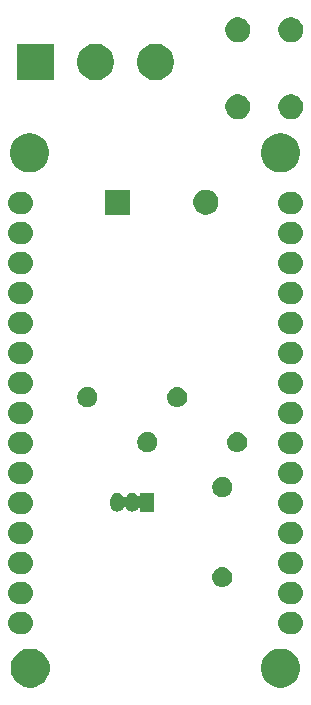
<source format=gbr>
G04 #@! TF.GenerationSoftware,KiCad,Pcbnew,(5.1.4-0-10_14)*
G04 #@! TF.CreationDate,2020-02-21T17:32:28+01:00*
G04 #@! TF.ProjectId,mood_lamp,6d6f6f64-5f6c-4616-9d70-2e6b69636164,rev?*
G04 #@! TF.SameCoordinates,PX2436c08PY18772f0*
G04 #@! TF.FileFunction,Soldermask,Bot*
G04 #@! TF.FilePolarity,Negative*
%FSLAX46Y46*%
G04 Gerber Fmt 4.6, Leading zero omitted, Abs format (unit mm)*
G04 Created by KiCad (PCBNEW (5.1.4-0-10_14)) date 2020-02-21 17:32:28*
%MOMM*%
%LPD*%
G04 APERTURE LIST*
%ADD10C,0.100000*%
G04 APERTURE END LIST*
D10*
G36*
X24482257Y-54102299D02*
G01*
X24588580Y-54123448D01*
X24889043Y-54247904D01*
X25159452Y-54428586D01*
X25389416Y-54658550D01*
X25570098Y-54928959D01*
X25694554Y-55229422D01*
X25758001Y-55548392D01*
X25758001Y-55873610D01*
X25694554Y-56192580D01*
X25570098Y-56493043D01*
X25389416Y-56763452D01*
X25159452Y-56993416D01*
X24889043Y-57174098D01*
X24588580Y-57298554D01*
X24482257Y-57319703D01*
X24269612Y-57362001D01*
X23944390Y-57362001D01*
X23731745Y-57319703D01*
X23625422Y-57298554D01*
X23324959Y-57174098D01*
X23054550Y-56993416D01*
X22824586Y-56763452D01*
X22643904Y-56493043D01*
X22519448Y-56192580D01*
X22456001Y-55873610D01*
X22456001Y-55548392D01*
X22519448Y-55229422D01*
X22643904Y-54928959D01*
X22824586Y-54658550D01*
X23054550Y-54428586D01*
X23324959Y-54247904D01*
X23625422Y-54123448D01*
X23731745Y-54102299D01*
X23944390Y-54060001D01*
X24269612Y-54060001D01*
X24482257Y-54102299D01*
X24482257Y-54102299D01*
G37*
G36*
X3282257Y-54102299D02*
G01*
X3388580Y-54123448D01*
X3689043Y-54247904D01*
X3959452Y-54428586D01*
X4189416Y-54658550D01*
X4370098Y-54928959D01*
X4494554Y-55229422D01*
X4558001Y-55548392D01*
X4558001Y-55873610D01*
X4494554Y-56192580D01*
X4370098Y-56493043D01*
X4189416Y-56763452D01*
X3959452Y-56993416D01*
X3689043Y-57174098D01*
X3388580Y-57298554D01*
X3282257Y-57319703D01*
X3069612Y-57362001D01*
X2744390Y-57362001D01*
X2531745Y-57319703D01*
X2425422Y-57298554D01*
X2124959Y-57174098D01*
X1854550Y-56993416D01*
X1624586Y-56763452D01*
X1443904Y-56493043D01*
X1319448Y-56192580D01*
X1256001Y-55873610D01*
X1256001Y-55548392D01*
X1319448Y-55229422D01*
X1443904Y-54928959D01*
X1624586Y-54658550D01*
X1854550Y-54428586D01*
X2124959Y-54247904D01*
X2425422Y-54123448D01*
X2531745Y-54102299D01*
X2744390Y-54060001D01*
X3069612Y-54060001D01*
X3282257Y-54102299D01*
X3282257Y-54102299D01*
G37*
G36*
X25298695Y-50989634D02*
G01*
X25471096Y-51041932D01*
X25629984Y-51126859D01*
X25769250Y-51241152D01*
X25883543Y-51380418D01*
X25968470Y-51539306D01*
X26020768Y-51711707D01*
X26038426Y-51891001D01*
X26020768Y-52070295D01*
X25968470Y-52242696D01*
X25883543Y-52401584D01*
X25769250Y-52540850D01*
X25629984Y-52655143D01*
X25471096Y-52740070D01*
X25298695Y-52792368D01*
X25164332Y-52805601D01*
X24769670Y-52805601D01*
X24635307Y-52792368D01*
X24462906Y-52740070D01*
X24304018Y-52655143D01*
X24164752Y-52540850D01*
X24050459Y-52401584D01*
X23965532Y-52242696D01*
X23913234Y-52070295D01*
X23895576Y-51891001D01*
X23913234Y-51711707D01*
X23965532Y-51539306D01*
X24050459Y-51380418D01*
X24164752Y-51241152D01*
X24304018Y-51126859D01*
X24462906Y-51041932D01*
X24635307Y-50989634D01*
X24769670Y-50976401D01*
X25164332Y-50976401D01*
X25298695Y-50989634D01*
X25298695Y-50989634D01*
G37*
G36*
X2438695Y-50989634D02*
G01*
X2611096Y-51041932D01*
X2769984Y-51126859D01*
X2909250Y-51241152D01*
X3023543Y-51380418D01*
X3108470Y-51539306D01*
X3160768Y-51711707D01*
X3178426Y-51891001D01*
X3160768Y-52070295D01*
X3108470Y-52242696D01*
X3023543Y-52401584D01*
X2909250Y-52540850D01*
X2769984Y-52655143D01*
X2611096Y-52740070D01*
X2438695Y-52792368D01*
X2304332Y-52805601D01*
X1909670Y-52805601D01*
X1775307Y-52792368D01*
X1602906Y-52740070D01*
X1444018Y-52655143D01*
X1304752Y-52540850D01*
X1190459Y-52401584D01*
X1105532Y-52242696D01*
X1053234Y-52070295D01*
X1035576Y-51891001D01*
X1053234Y-51711707D01*
X1105532Y-51539306D01*
X1190459Y-51380418D01*
X1304752Y-51241152D01*
X1444018Y-51126859D01*
X1602906Y-51041932D01*
X1775307Y-50989634D01*
X1909670Y-50976401D01*
X2304332Y-50976401D01*
X2438695Y-50989634D01*
X2438695Y-50989634D01*
G37*
G36*
X25298695Y-48449634D02*
G01*
X25471096Y-48501932D01*
X25629984Y-48586859D01*
X25769250Y-48701152D01*
X25883543Y-48840418D01*
X25968470Y-48999306D01*
X26020768Y-49171707D01*
X26038426Y-49351001D01*
X26020768Y-49530295D01*
X25968470Y-49702696D01*
X25883543Y-49861584D01*
X25769250Y-50000850D01*
X25629984Y-50115143D01*
X25471096Y-50200070D01*
X25298695Y-50252368D01*
X25164332Y-50265601D01*
X24769670Y-50265601D01*
X24635307Y-50252368D01*
X24462906Y-50200070D01*
X24304018Y-50115143D01*
X24164752Y-50000850D01*
X24050459Y-49861584D01*
X23965532Y-49702696D01*
X23913234Y-49530295D01*
X23895576Y-49351001D01*
X23913234Y-49171707D01*
X23965532Y-48999306D01*
X24050459Y-48840418D01*
X24164752Y-48701152D01*
X24304018Y-48586859D01*
X24462906Y-48501932D01*
X24635307Y-48449634D01*
X24769670Y-48436401D01*
X25164332Y-48436401D01*
X25298695Y-48449634D01*
X25298695Y-48449634D01*
G37*
G36*
X2438695Y-48449634D02*
G01*
X2611096Y-48501932D01*
X2769984Y-48586859D01*
X2909250Y-48701152D01*
X3023543Y-48840418D01*
X3108470Y-48999306D01*
X3160768Y-49171707D01*
X3178426Y-49351001D01*
X3160768Y-49530295D01*
X3108470Y-49702696D01*
X3023543Y-49861584D01*
X2909250Y-50000850D01*
X2769984Y-50115143D01*
X2611096Y-50200070D01*
X2438695Y-50252368D01*
X2304332Y-50265601D01*
X1909670Y-50265601D01*
X1775307Y-50252368D01*
X1602906Y-50200070D01*
X1444018Y-50115143D01*
X1304752Y-50000850D01*
X1190459Y-49861584D01*
X1105532Y-49702696D01*
X1053234Y-49530295D01*
X1035576Y-49351001D01*
X1053234Y-49171707D01*
X1105532Y-48999306D01*
X1190459Y-48840418D01*
X1304752Y-48701152D01*
X1444018Y-48586859D01*
X1602906Y-48501932D01*
X1775307Y-48449634D01*
X1909670Y-48436401D01*
X2304332Y-48436401D01*
X2438695Y-48449634D01*
X2438695Y-48449634D01*
G37*
G36*
X19343823Y-47167313D02*
G01*
X19504242Y-47215976D01*
X19636906Y-47286886D01*
X19652078Y-47294996D01*
X19781659Y-47401341D01*
X19888004Y-47530922D01*
X19888005Y-47530924D01*
X19967024Y-47678758D01*
X20015687Y-47839177D01*
X20032117Y-48006000D01*
X20015687Y-48172823D01*
X19967024Y-48333242D01*
X19911884Y-48436401D01*
X19888004Y-48481078D01*
X19781659Y-48610659D01*
X19652078Y-48717004D01*
X19652076Y-48717005D01*
X19504242Y-48796024D01*
X19343823Y-48844687D01*
X19218804Y-48857000D01*
X19135196Y-48857000D01*
X19010177Y-48844687D01*
X18849758Y-48796024D01*
X18701924Y-48717005D01*
X18701922Y-48717004D01*
X18572341Y-48610659D01*
X18465996Y-48481078D01*
X18442116Y-48436401D01*
X18386976Y-48333242D01*
X18338313Y-48172823D01*
X18321883Y-48006000D01*
X18338313Y-47839177D01*
X18386976Y-47678758D01*
X18465995Y-47530924D01*
X18465996Y-47530922D01*
X18572341Y-47401341D01*
X18701922Y-47294996D01*
X18717094Y-47286886D01*
X18849758Y-47215976D01*
X19010177Y-47167313D01*
X19135196Y-47155000D01*
X19218804Y-47155000D01*
X19343823Y-47167313D01*
X19343823Y-47167313D01*
G37*
G36*
X25298695Y-45909634D02*
G01*
X25471096Y-45961932D01*
X25629984Y-46046859D01*
X25769250Y-46161152D01*
X25883543Y-46300418D01*
X25968470Y-46459306D01*
X26020768Y-46631707D01*
X26038426Y-46811001D01*
X26020768Y-46990295D01*
X25968470Y-47162696D01*
X25883543Y-47321584D01*
X25769250Y-47460850D01*
X25629984Y-47575143D01*
X25471096Y-47660070D01*
X25298695Y-47712368D01*
X25164332Y-47725601D01*
X24769670Y-47725601D01*
X24635307Y-47712368D01*
X24462906Y-47660070D01*
X24304018Y-47575143D01*
X24164752Y-47460850D01*
X24050459Y-47321584D01*
X23965532Y-47162696D01*
X23913234Y-46990295D01*
X23895576Y-46811001D01*
X23913234Y-46631707D01*
X23965532Y-46459306D01*
X24050459Y-46300418D01*
X24164752Y-46161152D01*
X24304018Y-46046859D01*
X24462906Y-45961932D01*
X24635307Y-45909634D01*
X24769670Y-45896401D01*
X25164332Y-45896401D01*
X25298695Y-45909634D01*
X25298695Y-45909634D01*
G37*
G36*
X2438695Y-45909634D02*
G01*
X2611096Y-45961932D01*
X2769984Y-46046859D01*
X2909250Y-46161152D01*
X3023543Y-46300418D01*
X3108470Y-46459306D01*
X3160768Y-46631707D01*
X3178426Y-46811001D01*
X3160768Y-46990295D01*
X3108470Y-47162696D01*
X3023543Y-47321584D01*
X2909250Y-47460850D01*
X2769984Y-47575143D01*
X2611096Y-47660070D01*
X2438695Y-47712368D01*
X2304332Y-47725601D01*
X1909670Y-47725601D01*
X1775307Y-47712368D01*
X1602906Y-47660070D01*
X1444018Y-47575143D01*
X1304752Y-47460850D01*
X1190459Y-47321584D01*
X1105532Y-47162696D01*
X1053234Y-46990295D01*
X1035576Y-46811001D01*
X1053234Y-46631707D01*
X1105532Y-46459306D01*
X1190459Y-46300418D01*
X1304752Y-46161152D01*
X1444018Y-46046859D01*
X1602906Y-45961932D01*
X1775307Y-45909634D01*
X1909670Y-45896401D01*
X2304332Y-45896401D01*
X2438695Y-45909634D01*
X2438695Y-45909634D01*
G37*
G36*
X25298695Y-43369634D02*
G01*
X25471096Y-43421932D01*
X25629984Y-43506859D01*
X25769250Y-43621152D01*
X25883543Y-43760418D01*
X25968470Y-43919306D01*
X26020768Y-44091707D01*
X26038426Y-44271001D01*
X26020768Y-44450295D01*
X25968470Y-44622696D01*
X25883543Y-44781584D01*
X25769250Y-44920850D01*
X25629984Y-45035143D01*
X25471096Y-45120070D01*
X25298695Y-45172368D01*
X25164332Y-45185601D01*
X24769670Y-45185601D01*
X24635307Y-45172368D01*
X24462906Y-45120070D01*
X24304018Y-45035143D01*
X24164752Y-44920850D01*
X24050459Y-44781584D01*
X23965532Y-44622696D01*
X23913234Y-44450295D01*
X23895576Y-44271001D01*
X23913234Y-44091707D01*
X23965532Y-43919306D01*
X24050459Y-43760418D01*
X24164752Y-43621152D01*
X24304018Y-43506859D01*
X24462906Y-43421932D01*
X24635307Y-43369634D01*
X24769670Y-43356401D01*
X25164332Y-43356401D01*
X25298695Y-43369634D01*
X25298695Y-43369634D01*
G37*
G36*
X2438695Y-43369634D02*
G01*
X2611096Y-43421932D01*
X2769984Y-43506859D01*
X2909250Y-43621152D01*
X3023543Y-43760418D01*
X3108470Y-43919306D01*
X3160768Y-44091707D01*
X3178426Y-44271001D01*
X3160768Y-44450295D01*
X3108470Y-44622696D01*
X3023543Y-44781584D01*
X2909250Y-44920850D01*
X2769984Y-45035143D01*
X2611096Y-45120070D01*
X2438695Y-45172368D01*
X2304332Y-45185601D01*
X1909670Y-45185601D01*
X1775307Y-45172368D01*
X1602906Y-45120070D01*
X1444018Y-45035143D01*
X1304752Y-44920850D01*
X1190459Y-44781584D01*
X1105532Y-44622696D01*
X1053234Y-44450295D01*
X1035576Y-44271001D01*
X1053234Y-44091707D01*
X1105532Y-43919306D01*
X1190459Y-43760418D01*
X1304752Y-43621152D01*
X1444018Y-43506859D01*
X1602906Y-43421932D01*
X1775307Y-43369634D01*
X1909670Y-43356401D01*
X2304332Y-43356401D01*
X2438695Y-43369634D01*
X2438695Y-43369634D01*
G37*
G36*
X25298695Y-40829634D02*
G01*
X25471096Y-40881932D01*
X25629984Y-40966859D01*
X25769250Y-41081152D01*
X25883543Y-41220418D01*
X25968470Y-41379306D01*
X26020768Y-41551707D01*
X26038426Y-41731001D01*
X26020768Y-41910295D01*
X25968470Y-42082696D01*
X25883543Y-42241584D01*
X25769250Y-42380850D01*
X25629984Y-42495143D01*
X25471096Y-42580070D01*
X25298695Y-42632368D01*
X25164332Y-42645601D01*
X24769670Y-42645601D01*
X24635307Y-42632368D01*
X24462906Y-42580070D01*
X24304018Y-42495143D01*
X24164752Y-42380850D01*
X24050459Y-42241584D01*
X23965532Y-42082696D01*
X23913234Y-41910295D01*
X23895576Y-41731001D01*
X23913234Y-41551707D01*
X23965532Y-41379306D01*
X24050459Y-41220418D01*
X24164752Y-41081152D01*
X24304018Y-40966859D01*
X24462906Y-40881932D01*
X24635307Y-40829634D01*
X24769670Y-40816401D01*
X25164332Y-40816401D01*
X25298695Y-40829634D01*
X25298695Y-40829634D01*
G37*
G36*
X2438695Y-40829634D02*
G01*
X2611096Y-40881932D01*
X2769984Y-40966859D01*
X2909250Y-41081152D01*
X3023543Y-41220418D01*
X3108470Y-41379306D01*
X3160768Y-41551707D01*
X3178426Y-41731001D01*
X3160768Y-41910295D01*
X3108470Y-42082696D01*
X3023543Y-42241584D01*
X2909250Y-42380850D01*
X2769984Y-42495143D01*
X2611096Y-42580070D01*
X2438695Y-42632368D01*
X2304332Y-42645601D01*
X1909670Y-42645601D01*
X1775307Y-42632368D01*
X1602906Y-42580070D01*
X1444018Y-42495143D01*
X1304752Y-42380850D01*
X1190459Y-42241584D01*
X1105532Y-42082696D01*
X1053234Y-41910295D01*
X1035576Y-41731001D01*
X1053234Y-41551707D01*
X1105532Y-41379306D01*
X1190459Y-41220418D01*
X1304752Y-41081152D01*
X1444018Y-40966859D01*
X1602906Y-40881932D01*
X1775307Y-40829634D01*
X1909670Y-40816401D01*
X2304332Y-40816401D01*
X2438695Y-40829634D01*
X2438695Y-40829634D01*
G37*
G36*
X11669916Y-40863334D02*
G01*
X11778492Y-40896271D01*
X11778495Y-40896272D01*
X11814601Y-40915571D01*
X11878557Y-40949756D01*
X11966264Y-41021736D01*
X12029383Y-41098646D01*
X12046702Y-41115965D01*
X12067077Y-41129579D01*
X12089716Y-41138957D01*
X12113749Y-41143737D01*
X12138253Y-41143737D01*
X12162286Y-41138957D01*
X12184925Y-41129579D01*
X12205299Y-41115966D01*
X12222626Y-41098639D01*
X12236240Y-41078264D01*
X12245618Y-41055625D01*
X12250398Y-41031592D01*
X12251000Y-41019340D01*
X12251000Y-40855000D01*
X13403000Y-40855000D01*
X13403000Y-42457000D01*
X12251000Y-42457000D01*
X12251000Y-42292660D01*
X12248598Y-42268274D01*
X12241485Y-42244825D01*
X12229934Y-42223214D01*
X12214389Y-42204272D01*
X12195447Y-42188727D01*
X12173836Y-42177176D01*
X12150387Y-42170063D01*
X12126001Y-42167661D01*
X12101615Y-42170063D01*
X12078166Y-42177176D01*
X12056555Y-42188727D01*
X12029381Y-42213356D01*
X11966264Y-42290264D01*
X11878556Y-42362244D01*
X11814600Y-42396429D01*
X11778494Y-42415728D01*
X11778491Y-42415729D01*
X11669915Y-42448666D01*
X11557000Y-42459787D01*
X11444084Y-42448666D01*
X11335508Y-42415729D01*
X11335505Y-42415728D01*
X11299399Y-42396429D01*
X11235443Y-42362244D01*
X11147736Y-42290264D01*
X11075756Y-42202556D01*
X11032239Y-42121140D01*
X11018625Y-42100766D01*
X11001298Y-42083439D01*
X10980924Y-42069825D01*
X10958285Y-42060448D01*
X10934251Y-42055668D01*
X10909747Y-42055668D01*
X10885714Y-42060449D01*
X10863075Y-42069826D01*
X10842701Y-42083440D01*
X10825374Y-42100767D01*
X10811762Y-42121140D01*
X10768244Y-42202557D01*
X10696264Y-42290264D01*
X10608556Y-42362244D01*
X10544600Y-42396429D01*
X10508494Y-42415728D01*
X10508491Y-42415729D01*
X10399915Y-42448666D01*
X10287000Y-42459787D01*
X10174084Y-42448666D01*
X10065508Y-42415729D01*
X10065505Y-42415728D01*
X10029399Y-42396429D01*
X9965443Y-42362244D01*
X9877736Y-42290264D01*
X9805756Y-42202556D01*
X9762239Y-42121140D01*
X9752272Y-42102494D01*
X9746492Y-42083440D01*
X9719334Y-41993915D01*
X9711000Y-41909297D01*
X9711000Y-41402702D01*
X9719334Y-41318084D01*
X9752271Y-41209508D01*
X9752272Y-41209505D01*
X9805756Y-41109445D01*
X9805757Y-41109443D01*
X9877737Y-41021736D01*
X9965444Y-40949756D01*
X10029400Y-40915571D01*
X10065506Y-40896272D01*
X10065509Y-40896271D01*
X10174085Y-40863334D01*
X10287000Y-40852213D01*
X10399916Y-40863334D01*
X10508492Y-40896271D01*
X10508495Y-40896272D01*
X10544601Y-40915571D01*
X10608557Y-40949756D01*
X10696264Y-41021736D01*
X10768244Y-41109443D01*
X10786574Y-41143737D01*
X10811761Y-41190859D01*
X10825375Y-41211234D01*
X10842702Y-41228561D01*
X10863076Y-41242174D01*
X10885715Y-41251552D01*
X10909748Y-41256332D01*
X10934252Y-41256332D01*
X10958285Y-41251552D01*
X10980924Y-41242174D01*
X11001299Y-41228560D01*
X11018626Y-41211233D01*
X11032239Y-41190859D01*
X11075756Y-41109445D01*
X11075757Y-41109443D01*
X11147737Y-41021736D01*
X11235444Y-40949756D01*
X11299400Y-40915571D01*
X11335506Y-40896272D01*
X11335509Y-40896271D01*
X11444085Y-40863334D01*
X11557000Y-40852213D01*
X11669916Y-40863334D01*
X11669916Y-40863334D01*
G37*
G36*
X19425228Y-39567703D02*
G01*
X19580100Y-39631853D01*
X19719481Y-39724985D01*
X19838015Y-39843519D01*
X19931147Y-39982900D01*
X19995297Y-40137772D01*
X20028000Y-40302184D01*
X20028000Y-40469816D01*
X19995297Y-40634228D01*
X19931147Y-40789100D01*
X19838015Y-40928481D01*
X19719481Y-41047015D01*
X19580100Y-41140147D01*
X19425228Y-41204297D01*
X19260816Y-41237000D01*
X19093184Y-41237000D01*
X18928772Y-41204297D01*
X18773900Y-41140147D01*
X18634519Y-41047015D01*
X18515985Y-40928481D01*
X18422853Y-40789100D01*
X18358703Y-40634228D01*
X18326000Y-40469816D01*
X18326000Y-40302184D01*
X18358703Y-40137772D01*
X18422853Y-39982900D01*
X18515985Y-39843519D01*
X18634519Y-39724985D01*
X18773900Y-39631853D01*
X18928772Y-39567703D01*
X19093184Y-39535000D01*
X19260816Y-39535000D01*
X19425228Y-39567703D01*
X19425228Y-39567703D01*
G37*
G36*
X25298695Y-38289634D02*
G01*
X25471096Y-38341932D01*
X25629984Y-38426859D01*
X25769250Y-38541152D01*
X25883543Y-38680418D01*
X25968470Y-38839306D01*
X26020768Y-39011707D01*
X26038426Y-39191001D01*
X26020768Y-39370295D01*
X25968470Y-39542696D01*
X25883543Y-39701584D01*
X25769250Y-39840850D01*
X25629984Y-39955143D01*
X25471096Y-40040070D01*
X25298695Y-40092368D01*
X25164332Y-40105601D01*
X24769670Y-40105601D01*
X24635307Y-40092368D01*
X24462906Y-40040070D01*
X24304018Y-39955143D01*
X24164752Y-39840850D01*
X24050459Y-39701584D01*
X23965532Y-39542696D01*
X23913234Y-39370295D01*
X23895576Y-39191001D01*
X23913234Y-39011707D01*
X23965532Y-38839306D01*
X24050459Y-38680418D01*
X24164752Y-38541152D01*
X24304018Y-38426859D01*
X24462906Y-38341932D01*
X24635307Y-38289634D01*
X24769670Y-38276401D01*
X25164332Y-38276401D01*
X25298695Y-38289634D01*
X25298695Y-38289634D01*
G37*
G36*
X2438695Y-38289634D02*
G01*
X2611096Y-38341932D01*
X2769984Y-38426859D01*
X2909250Y-38541152D01*
X3023543Y-38680418D01*
X3108470Y-38839306D01*
X3160768Y-39011707D01*
X3178426Y-39191001D01*
X3160768Y-39370295D01*
X3108470Y-39542696D01*
X3023543Y-39701584D01*
X2909250Y-39840850D01*
X2769984Y-39955143D01*
X2611096Y-40040070D01*
X2438695Y-40092368D01*
X2304332Y-40105601D01*
X1909670Y-40105601D01*
X1775307Y-40092368D01*
X1602906Y-40040070D01*
X1444018Y-39955143D01*
X1304752Y-39840850D01*
X1190459Y-39701584D01*
X1105532Y-39542696D01*
X1053234Y-39370295D01*
X1035576Y-39191001D01*
X1053234Y-39011707D01*
X1105532Y-38839306D01*
X1190459Y-38680418D01*
X1304752Y-38541152D01*
X1444018Y-38426859D01*
X1602906Y-38341932D01*
X1775307Y-38289634D01*
X1909670Y-38276401D01*
X2304332Y-38276401D01*
X2438695Y-38289634D01*
X2438695Y-38289634D01*
G37*
G36*
X25298695Y-35749634D02*
G01*
X25471096Y-35801932D01*
X25629984Y-35886859D01*
X25769250Y-36001152D01*
X25883543Y-36140418D01*
X25968470Y-36299306D01*
X26020768Y-36471707D01*
X26038426Y-36651001D01*
X26020768Y-36830295D01*
X25968470Y-37002696D01*
X25883543Y-37161584D01*
X25769250Y-37300850D01*
X25629984Y-37415143D01*
X25471096Y-37500070D01*
X25298695Y-37552368D01*
X25164332Y-37565601D01*
X24769670Y-37565601D01*
X24635307Y-37552368D01*
X24462906Y-37500070D01*
X24304018Y-37415143D01*
X24164752Y-37300850D01*
X24050459Y-37161584D01*
X23965532Y-37002696D01*
X23913234Y-36830295D01*
X23895576Y-36651001D01*
X23913234Y-36471707D01*
X23965532Y-36299306D01*
X24050459Y-36140418D01*
X24164752Y-36001152D01*
X24304018Y-35886859D01*
X24462906Y-35801932D01*
X24635307Y-35749634D01*
X24769670Y-35736401D01*
X25164332Y-35736401D01*
X25298695Y-35749634D01*
X25298695Y-35749634D01*
G37*
G36*
X2438695Y-35749634D02*
G01*
X2611096Y-35801932D01*
X2769984Y-35886859D01*
X2909250Y-36001152D01*
X3023543Y-36140418D01*
X3108470Y-36299306D01*
X3160768Y-36471707D01*
X3178426Y-36651001D01*
X3160768Y-36830295D01*
X3108470Y-37002696D01*
X3023543Y-37161584D01*
X2909250Y-37300850D01*
X2769984Y-37415143D01*
X2611096Y-37500070D01*
X2438695Y-37552368D01*
X2304332Y-37565601D01*
X1909670Y-37565601D01*
X1775307Y-37552368D01*
X1602906Y-37500070D01*
X1444018Y-37415143D01*
X1304752Y-37300850D01*
X1190459Y-37161584D01*
X1105532Y-37002696D01*
X1053234Y-36830295D01*
X1035576Y-36651001D01*
X1053234Y-36471707D01*
X1105532Y-36299306D01*
X1190459Y-36140418D01*
X1304752Y-36001152D01*
X1444018Y-35886859D01*
X1602906Y-35801932D01*
X1775307Y-35749634D01*
X1909670Y-35736401D01*
X2304332Y-35736401D01*
X2438695Y-35749634D01*
X2438695Y-35749634D01*
G37*
G36*
X20613823Y-35737313D02*
G01*
X20774242Y-35785976D01*
X20804095Y-35801933D01*
X20922078Y-35864996D01*
X21051659Y-35971341D01*
X21158004Y-36100922D01*
X21158005Y-36100924D01*
X21237024Y-36248758D01*
X21285687Y-36409177D01*
X21302117Y-36576000D01*
X21285687Y-36742823D01*
X21237024Y-36903242D01*
X21196477Y-36979100D01*
X21158004Y-37051078D01*
X21051659Y-37180659D01*
X20922078Y-37287004D01*
X20922076Y-37287005D01*
X20774242Y-37366024D01*
X20613823Y-37414687D01*
X20488804Y-37427000D01*
X20405196Y-37427000D01*
X20280177Y-37414687D01*
X20119758Y-37366024D01*
X19971924Y-37287005D01*
X19971922Y-37287004D01*
X19842341Y-37180659D01*
X19735996Y-37051078D01*
X19697523Y-36979100D01*
X19656976Y-36903242D01*
X19608313Y-36742823D01*
X19591883Y-36576000D01*
X19608313Y-36409177D01*
X19656976Y-36248758D01*
X19735995Y-36100924D01*
X19735996Y-36100922D01*
X19842341Y-35971341D01*
X19971922Y-35864996D01*
X20089905Y-35801933D01*
X20119758Y-35785976D01*
X20280177Y-35737313D01*
X20405196Y-35725000D01*
X20488804Y-35725000D01*
X20613823Y-35737313D01*
X20613823Y-35737313D01*
G37*
G36*
X13075228Y-35757703D02*
G01*
X13230100Y-35821853D01*
X13369481Y-35914985D01*
X13488015Y-36033519D01*
X13581147Y-36172900D01*
X13645297Y-36327772D01*
X13678000Y-36492184D01*
X13678000Y-36659816D01*
X13645297Y-36824228D01*
X13581147Y-36979100D01*
X13488015Y-37118481D01*
X13369481Y-37237015D01*
X13230100Y-37330147D01*
X13075228Y-37394297D01*
X12910816Y-37427000D01*
X12743184Y-37427000D01*
X12578772Y-37394297D01*
X12423900Y-37330147D01*
X12284519Y-37237015D01*
X12165985Y-37118481D01*
X12072853Y-36979100D01*
X12008703Y-36824228D01*
X11976000Y-36659816D01*
X11976000Y-36492184D01*
X12008703Y-36327772D01*
X12072853Y-36172900D01*
X12165985Y-36033519D01*
X12284519Y-35914985D01*
X12423900Y-35821853D01*
X12578772Y-35757703D01*
X12743184Y-35725000D01*
X12910816Y-35725000D01*
X13075228Y-35757703D01*
X13075228Y-35757703D01*
G37*
G36*
X25298695Y-33209634D02*
G01*
X25471096Y-33261932D01*
X25629984Y-33346859D01*
X25769250Y-33461152D01*
X25883543Y-33600418D01*
X25968470Y-33759306D01*
X26020768Y-33931707D01*
X26038426Y-34111001D01*
X26020768Y-34290295D01*
X25968470Y-34462696D01*
X25883543Y-34621584D01*
X25769250Y-34760850D01*
X25629984Y-34875143D01*
X25471096Y-34960070D01*
X25298695Y-35012368D01*
X25164332Y-35025601D01*
X24769670Y-35025601D01*
X24635307Y-35012368D01*
X24462906Y-34960070D01*
X24304018Y-34875143D01*
X24164752Y-34760850D01*
X24050459Y-34621584D01*
X23965532Y-34462696D01*
X23913234Y-34290295D01*
X23895576Y-34111001D01*
X23913234Y-33931707D01*
X23965532Y-33759306D01*
X24050459Y-33600418D01*
X24164752Y-33461152D01*
X24304018Y-33346859D01*
X24462906Y-33261932D01*
X24635307Y-33209634D01*
X24769670Y-33196401D01*
X25164332Y-33196401D01*
X25298695Y-33209634D01*
X25298695Y-33209634D01*
G37*
G36*
X2438695Y-33209634D02*
G01*
X2611096Y-33261932D01*
X2769984Y-33346859D01*
X2909250Y-33461152D01*
X3023543Y-33600418D01*
X3108470Y-33759306D01*
X3160768Y-33931707D01*
X3178426Y-34111001D01*
X3160768Y-34290295D01*
X3108470Y-34462696D01*
X3023543Y-34621584D01*
X2909250Y-34760850D01*
X2769984Y-34875143D01*
X2611096Y-34960070D01*
X2438695Y-35012368D01*
X2304332Y-35025601D01*
X1909670Y-35025601D01*
X1775307Y-35012368D01*
X1602906Y-34960070D01*
X1444018Y-34875143D01*
X1304752Y-34760850D01*
X1190459Y-34621584D01*
X1105532Y-34462696D01*
X1053234Y-34290295D01*
X1035576Y-34111001D01*
X1053234Y-33931707D01*
X1105532Y-33759306D01*
X1190459Y-33600418D01*
X1304752Y-33461152D01*
X1444018Y-33346859D01*
X1602906Y-33261932D01*
X1775307Y-33209634D01*
X1909670Y-33196401D01*
X2304332Y-33196401D01*
X2438695Y-33209634D01*
X2438695Y-33209634D01*
G37*
G36*
X7995228Y-31947703D02*
G01*
X8150100Y-32011853D01*
X8289481Y-32104985D01*
X8408015Y-32223519D01*
X8501147Y-32362900D01*
X8565297Y-32517772D01*
X8598000Y-32682184D01*
X8598000Y-32849816D01*
X8565297Y-33014228D01*
X8501147Y-33169100D01*
X8408015Y-33308481D01*
X8289481Y-33427015D01*
X8150100Y-33520147D01*
X7995228Y-33584297D01*
X7830816Y-33617000D01*
X7663184Y-33617000D01*
X7498772Y-33584297D01*
X7343900Y-33520147D01*
X7204519Y-33427015D01*
X7085985Y-33308481D01*
X6992853Y-33169100D01*
X6928703Y-33014228D01*
X6896000Y-32849816D01*
X6896000Y-32682184D01*
X6928703Y-32517772D01*
X6992853Y-32362900D01*
X7085985Y-32223519D01*
X7204519Y-32104985D01*
X7343900Y-32011853D01*
X7498772Y-31947703D01*
X7663184Y-31915000D01*
X7830816Y-31915000D01*
X7995228Y-31947703D01*
X7995228Y-31947703D01*
G37*
G36*
X15533823Y-31927313D02*
G01*
X15694242Y-31975976D01*
X15761361Y-32011852D01*
X15842078Y-32054996D01*
X15971659Y-32161341D01*
X16078004Y-32290922D01*
X16078005Y-32290924D01*
X16157024Y-32438758D01*
X16205687Y-32599177D01*
X16222117Y-32766000D01*
X16205687Y-32932823D01*
X16157024Y-33093242D01*
X16116477Y-33169100D01*
X16078004Y-33241078D01*
X15971659Y-33370659D01*
X15842078Y-33477004D01*
X15842076Y-33477005D01*
X15694242Y-33556024D01*
X15533823Y-33604687D01*
X15408804Y-33617000D01*
X15325196Y-33617000D01*
X15200177Y-33604687D01*
X15039758Y-33556024D01*
X14891924Y-33477005D01*
X14891922Y-33477004D01*
X14762341Y-33370659D01*
X14655996Y-33241078D01*
X14617523Y-33169100D01*
X14576976Y-33093242D01*
X14528313Y-32932823D01*
X14511883Y-32766000D01*
X14528313Y-32599177D01*
X14576976Y-32438758D01*
X14655995Y-32290924D01*
X14655996Y-32290922D01*
X14762341Y-32161341D01*
X14891922Y-32054996D01*
X14972639Y-32011852D01*
X15039758Y-31975976D01*
X15200177Y-31927313D01*
X15325196Y-31915000D01*
X15408804Y-31915000D01*
X15533823Y-31927313D01*
X15533823Y-31927313D01*
G37*
G36*
X25298695Y-30669634D02*
G01*
X25471096Y-30721932D01*
X25629984Y-30806859D01*
X25769250Y-30921152D01*
X25883543Y-31060418D01*
X25968470Y-31219306D01*
X26020768Y-31391707D01*
X26038426Y-31571001D01*
X26020768Y-31750295D01*
X25968470Y-31922696D01*
X25883543Y-32081584D01*
X25769250Y-32220850D01*
X25629984Y-32335143D01*
X25471096Y-32420070D01*
X25298695Y-32472368D01*
X25164332Y-32485601D01*
X24769670Y-32485601D01*
X24635307Y-32472368D01*
X24462906Y-32420070D01*
X24304018Y-32335143D01*
X24164752Y-32220850D01*
X24050459Y-32081584D01*
X23965532Y-31922696D01*
X23913234Y-31750295D01*
X23895576Y-31571001D01*
X23913234Y-31391707D01*
X23965532Y-31219306D01*
X24050459Y-31060418D01*
X24164752Y-30921152D01*
X24304018Y-30806859D01*
X24462906Y-30721932D01*
X24635307Y-30669634D01*
X24769670Y-30656401D01*
X25164332Y-30656401D01*
X25298695Y-30669634D01*
X25298695Y-30669634D01*
G37*
G36*
X2438695Y-30669634D02*
G01*
X2611096Y-30721932D01*
X2769984Y-30806859D01*
X2909250Y-30921152D01*
X3023543Y-31060418D01*
X3108470Y-31219306D01*
X3160768Y-31391707D01*
X3178426Y-31571001D01*
X3160768Y-31750295D01*
X3108470Y-31922696D01*
X3023543Y-32081584D01*
X2909250Y-32220850D01*
X2769984Y-32335143D01*
X2611096Y-32420070D01*
X2438695Y-32472368D01*
X2304332Y-32485601D01*
X1909670Y-32485601D01*
X1775307Y-32472368D01*
X1602906Y-32420070D01*
X1444018Y-32335143D01*
X1304752Y-32220850D01*
X1190459Y-32081584D01*
X1105532Y-31922696D01*
X1053234Y-31750295D01*
X1035576Y-31571001D01*
X1053234Y-31391707D01*
X1105532Y-31219306D01*
X1190459Y-31060418D01*
X1304752Y-30921152D01*
X1444018Y-30806859D01*
X1602906Y-30721932D01*
X1775307Y-30669634D01*
X1909670Y-30656401D01*
X2304332Y-30656401D01*
X2438695Y-30669634D01*
X2438695Y-30669634D01*
G37*
G36*
X2438695Y-28129634D02*
G01*
X2611096Y-28181932D01*
X2769984Y-28266859D01*
X2909250Y-28381152D01*
X3023543Y-28520418D01*
X3108470Y-28679306D01*
X3160768Y-28851707D01*
X3178426Y-29031001D01*
X3160768Y-29210295D01*
X3108470Y-29382696D01*
X3023543Y-29541584D01*
X2909250Y-29680850D01*
X2769984Y-29795143D01*
X2611096Y-29880070D01*
X2438695Y-29932368D01*
X2304332Y-29945601D01*
X1909670Y-29945601D01*
X1775307Y-29932368D01*
X1602906Y-29880070D01*
X1444018Y-29795143D01*
X1304752Y-29680850D01*
X1190459Y-29541584D01*
X1105532Y-29382696D01*
X1053234Y-29210295D01*
X1035576Y-29031001D01*
X1053234Y-28851707D01*
X1105532Y-28679306D01*
X1190459Y-28520418D01*
X1304752Y-28381152D01*
X1444018Y-28266859D01*
X1602906Y-28181932D01*
X1775307Y-28129634D01*
X1909670Y-28116401D01*
X2304332Y-28116401D01*
X2438695Y-28129634D01*
X2438695Y-28129634D01*
G37*
G36*
X25298695Y-28129634D02*
G01*
X25471096Y-28181932D01*
X25629984Y-28266859D01*
X25769250Y-28381152D01*
X25883543Y-28520418D01*
X25968470Y-28679306D01*
X26020768Y-28851707D01*
X26038426Y-29031001D01*
X26020768Y-29210295D01*
X25968470Y-29382696D01*
X25883543Y-29541584D01*
X25769250Y-29680850D01*
X25629984Y-29795143D01*
X25471096Y-29880070D01*
X25298695Y-29932368D01*
X25164332Y-29945601D01*
X24769670Y-29945601D01*
X24635307Y-29932368D01*
X24462906Y-29880070D01*
X24304018Y-29795143D01*
X24164752Y-29680850D01*
X24050459Y-29541584D01*
X23965532Y-29382696D01*
X23913234Y-29210295D01*
X23895576Y-29031001D01*
X23913234Y-28851707D01*
X23965532Y-28679306D01*
X24050459Y-28520418D01*
X24164752Y-28381152D01*
X24304018Y-28266859D01*
X24462906Y-28181932D01*
X24635307Y-28129634D01*
X24769670Y-28116401D01*
X25164332Y-28116401D01*
X25298695Y-28129634D01*
X25298695Y-28129634D01*
G37*
G36*
X2438695Y-25589634D02*
G01*
X2611096Y-25641932D01*
X2769984Y-25726859D01*
X2909250Y-25841152D01*
X3023543Y-25980418D01*
X3108470Y-26139306D01*
X3160768Y-26311707D01*
X3178426Y-26491001D01*
X3160768Y-26670295D01*
X3108470Y-26842696D01*
X3023543Y-27001584D01*
X2909250Y-27140850D01*
X2769984Y-27255143D01*
X2611096Y-27340070D01*
X2438695Y-27392368D01*
X2304332Y-27405601D01*
X1909670Y-27405601D01*
X1775307Y-27392368D01*
X1602906Y-27340070D01*
X1444018Y-27255143D01*
X1304752Y-27140850D01*
X1190459Y-27001584D01*
X1105532Y-26842696D01*
X1053234Y-26670295D01*
X1035576Y-26491001D01*
X1053234Y-26311707D01*
X1105532Y-26139306D01*
X1190459Y-25980418D01*
X1304752Y-25841152D01*
X1444018Y-25726859D01*
X1602906Y-25641932D01*
X1775307Y-25589634D01*
X1909670Y-25576401D01*
X2304332Y-25576401D01*
X2438695Y-25589634D01*
X2438695Y-25589634D01*
G37*
G36*
X25298695Y-25589634D02*
G01*
X25471096Y-25641932D01*
X25629984Y-25726859D01*
X25769250Y-25841152D01*
X25883543Y-25980418D01*
X25968470Y-26139306D01*
X26020768Y-26311707D01*
X26038426Y-26491001D01*
X26020768Y-26670295D01*
X25968470Y-26842696D01*
X25883543Y-27001584D01*
X25769250Y-27140850D01*
X25629984Y-27255143D01*
X25471096Y-27340070D01*
X25298695Y-27392368D01*
X25164332Y-27405601D01*
X24769670Y-27405601D01*
X24635307Y-27392368D01*
X24462906Y-27340070D01*
X24304018Y-27255143D01*
X24164752Y-27140850D01*
X24050459Y-27001584D01*
X23965532Y-26842696D01*
X23913234Y-26670295D01*
X23895576Y-26491001D01*
X23913234Y-26311707D01*
X23965532Y-26139306D01*
X24050459Y-25980418D01*
X24164752Y-25841152D01*
X24304018Y-25726859D01*
X24462906Y-25641932D01*
X24635307Y-25589634D01*
X24769670Y-25576401D01*
X25164332Y-25576401D01*
X25298695Y-25589634D01*
X25298695Y-25589634D01*
G37*
G36*
X2438695Y-23049634D02*
G01*
X2611096Y-23101932D01*
X2769984Y-23186859D01*
X2909250Y-23301152D01*
X3023543Y-23440418D01*
X3108470Y-23599306D01*
X3160768Y-23771707D01*
X3178426Y-23951001D01*
X3160768Y-24130295D01*
X3108470Y-24302696D01*
X3023543Y-24461584D01*
X2909250Y-24600850D01*
X2769984Y-24715143D01*
X2611096Y-24800070D01*
X2438695Y-24852368D01*
X2304332Y-24865601D01*
X1909670Y-24865601D01*
X1775307Y-24852368D01*
X1602906Y-24800070D01*
X1444018Y-24715143D01*
X1304752Y-24600850D01*
X1190459Y-24461584D01*
X1105532Y-24302696D01*
X1053234Y-24130295D01*
X1035576Y-23951001D01*
X1053234Y-23771707D01*
X1105532Y-23599306D01*
X1190459Y-23440418D01*
X1304752Y-23301152D01*
X1444018Y-23186859D01*
X1602906Y-23101932D01*
X1775307Y-23049634D01*
X1909670Y-23036401D01*
X2304332Y-23036401D01*
X2438695Y-23049634D01*
X2438695Y-23049634D01*
G37*
G36*
X25298695Y-23049634D02*
G01*
X25471096Y-23101932D01*
X25629984Y-23186859D01*
X25769250Y-23301152D01*
X25883543Y-23440418D01*
X25968470Y-23599306D01*
X26020768Y-23771707D01*
X26038426Y-23951001D01*
X26020768Y-24130295D01*
X25968470Y-24302696D01*
X25883543Y-24461584D01*
X25769250Y-24600850D01*
X25629984Y-24715143D01*
X25471096Y-24800070D01*
X25298695Y-24852368D01*
X25164332Y-24865601D01*
X24769670Y-24865601D01*
X24635307Y-24852368D01*
X24462906Y-24800070D01*
X24304018Y-24715143D01*
X24164752Y-24600850D01*
X24050459Y-24461584D01*
X23965532Y-24302696D01*
X23913234Y-24130295D01*
X23895576Y-23951001D01*
X23913234Y-23771707D01*
X23965532Y-23599306D01*
X24050459Y-23440418D01*
X24164752Y-23301152D01*
X24304018Y-23186859D01*
X24462906Y-23101932D01*
X24635307Y-23049634D01*
X24769670Y-23036401D01*
X25164332Y-23036401D01*
X25298695Y-23049634D01*
X25298695Y-23049634D01*
G37*
G36*
X2438695Y-20509634D02*
G01*
X2611096Y-20561932D01*
X2769984Y-20646859D01*
X2909250Y-20761152D01*
X3023543Y-20900418D01*
X3108470Y-21059306D01*
X3160768Y-21231707D01*
X3178426Y-21411001D01*
X3160768Y-21590295D01*
X3108470Y-21762696D01*
X3023543Y-21921584D01*
X2909250Y-22060850D01*
X2769984Y-22175143D01*
X2611096Y-22260070D01*
X2438695Y-22312368D01*
X2304332Y-22325601D01*
X1909670Y-22325601D01*
X1775307Y-22312368D01*
X1602906Y-22260070D01*
X1444018Y-22175143D01*
X1304752Y-22060850D01*
X1190459Y-21921584D01*
X1105532Y-21762696D01*
X1053234Y-21590295D01*
X1035576Y-21411001D01*
X1053234Y-21231707D01*
X1105532Y-21059306D01*
X1190459Y-20900418D01*
X1304752Y-20761152D01*
X1444018Y-20646859D01*
X1602906Y-20561932D01*
X1775307Y-20509634D01*
X1909670Y-20496401D01*
X2304332Y-20496401D01*
X2438695Y-20509634D01*
X2438695Y-20509634D01*
G37*
G36*
X25298695Y-20509634D02*
G01*
X25471096Y-20561932D01*
X25629984Y-20646859D01*
X25769250Y-20761152D01*
X25883543Y-20900418D01*
X25968470Y-21059306D01*
X26020768Y-21231707D01*
X26038426Y-21411001D01*
X26020768Y-21590295D01*
X25968470Y-21762696D01*
X25883543Y-21921584D01*
X25769250Y-22060850D01*
X25629984Y-22175143D01*
X25471096Y-22260070D01*
X25298695Y-22312368D01*
X25164332Y-22325601D01*
X24769670Y-22325601D01*
X24635307Y-22312368D01*
X24462906Y-22260070D01*
X24304018Y-22175143D01*
X24164752Y-22060850D01*
X24050459Y-21921584D01*
X23965532Y-21762696D01*
X23913234Y-21590295D01*
X23895576Y-21411001D01*
X23913234Y-21231707D01*
X23965532Y-21059306D01*
X24050459Y-20900418D01*
X24164752Y-20761152D01*
X24304018Y-20646859D01*
X24462906Y-20561932D01*
X24635307Y-20509634D01*
X24769670Y-20496401D01*
X25164332Y-20496401D01*
X25298695Y-20509634D01*
X25298695Y-20509634D01*
G37*
G36*
X25298695Y-17969634D02*
G01*
X25471096Y-18021932D01*
X25629984Y-18106859D01*
X25769250Y-18221152D01*
X25883543Y-18360418D01*
X25968470Y-18519306D01*
X26020768Y-18691707D01*
X26038426Y-18871001D01*
X26020768Y-19050295D01*
X25968470Y-19222696D01*
X25883543Y-19381584D01*
X25769250Y-19520850D01*
X25629984Y-19635143D01*
X25471096Y-19720070D01*
X25298695Y-19772368D01*
X25164332Y-19785601D01*
X24769670Y-19785601D01*
X24635307Y-19772368D01*
X24462906Y-19720070D01*
X24304018Y-19635143D01*
X24164752Y-19520850D01*
X24050459Y-19381584D01*
X23965532Y-19222696D01*
X23913234Y-19050295D01*
X23895576Y-18871001D01*
X23913234Y-18691707D01*
X23965532Y-18519306D01*
X24050459Y-18360418D01*
X24164752Y-18221152D01*
X24304018Y-18106859D01*
X24462906Y-18021932D01*
X24635307Y-17969634D01*
X24769670Y-17956401D01*
X25164332Y-17956401D01*
X25298695Y-17969634D01*
X25298695Y-17969634D01*
G37*
G36*
X2438695Y-17969634D02*
G01*
X2611096Y-18021932D01*
X2769984Y-18106859D01*
X2909250Y-18221152D01*
X3023543Y-18360418D01*
X3108470Y-18519306D01*
X3160768Y-18691707D01*
X3178426Y-18871001D01*
X3160768Y-19050295D01*
X3108470Y-19222696D01*
X3023543Y-19381584D01*
X2909250Y-19520850D01*
X2769984Y-19635143D01*
X2611096Y-19720070D01*
X2438695Y-19772368D01*
X2304332Y-19785601D01*
X1909670Y-19785601D01*
X1775307Y-19772368D01*
X1602906Y-19720070D01*
X1444018Y-19635143D01*
X1304752Y-19520850D01*
X1190459Y-19381584D01*
X1105532Y-19222696D01*
X1053234Y-19050295D01*
X1035576Y-18871001D01*
X1053234Y-18691707D01*
X1105532Y-18519306D01*
X1190459Y-18360418D01*
X1304752Y-18221152D01*
X1444018Y-18106859D01*
X1602906Y-18021932D01*
X1775307Y-17969634D01*
X1909670Y-17956401D01*
X2304332Y-17956401D01*
X2438695Y-17969634D01*
X2438695Y-17969634D01*
G37*
G36*
X11338000Y-17307000D02*
G01*
X9236000Y-17307000D01*
X9236000Y-15205000D01*
X11338000Y-15205000D01*
X11338000Y-17307000D01*
X11338000Y-17307000D01*
G37*
G36*
X18093564Y-15245389D02*
G01*
X18284833Y-15324615D01*
X18284835Y-15324616D01*
X18456973Y-15439635D01*
X18603365Y-15586027D01*
X18666926Y-15681152D01*
X18718385Y-15758167D01*
X18797611Y-15949436D01*
X18838000Y-16152484D01*
X18838000Y-16359516D01*
X18797611Y-16562564D01*
X18747851Y-16682696D01*
X18718384Y-16753835D01*
X18603365Y-16925973D01*
X18456973Y-17072365D01*
X18284835Y-17187384D01*
X18284834Y-17187385D01*
X18284833Y-17187385D01*
X18093564Y-17266611D01*
X17890516Y-17307000D01*
X17683484Y-17307000D01*
X17480436Y-17266611D01*
X17289167Y-17187385D01*
X17289166Y-17187385D01*
X17289165Y-17187384D01*
X17117027Y-17072365D01*
X16970635Y-16925973D01*
X16855616Y-16753835D01*
X16826149Y-16682696D01*
X16776389Y-16562564D01*
X16736000Y-16359516D01*
X16736000Y-16152484D01*
X16776389Y-15949436D01*
X16855615Y-15758167D01*
X16907075Y-15681152D01*
X16970635Y-15586027D01*
X17117027Y-15439635D01*
X17289165Y-15324616D01*
X17289167Y-15324615D01*
X17480436Y-15245389D01*
X17683484Y-15205000D01*
X17890516Y-15205000D01*
X18093564Y-15245389D01*
X18093564Y-15245389D01*
G37*
G36*
X2438695Y-15429634D02*
G01*
X2611096Y-15481932D01*
X2769984Y-15566859D01*
X2909250Y-15681152D01*
X3023543Y-15820418D01*
X3108470Y-15979306D01*
X3160768Y-16151707D01*
X3178426Y-16331001D01*
X3160768Y-16510295D01*
X3108470Y-16682696D01*
X3023543Y-16841584D01*
X2909250Y-16980850D01*
X2769984Y-17095143D01*
X2611096Y-17180070D01*
X2438695Y-17232368D01*
X2304332Y-17245601D01*
X1909670Y-17245601D01*
X1775307Y-17232368D01*
X1602906Y-17180070D01*
X1444018Y-17095143D01*
X1304752Y-16980850D01*
X1190459Y-16841584D01*
X1105532Y-16682696D01*
X1053234Y-16510295D01*
X1035576Y-16331001D01*
X1053234Y-16151707D01*
X1105532Y-15979306D01*
X1190459Y-15820418D01*
X1304752Y-15681152D01*
X1444018Y-15566859D01*
X1602906Y-15481932D01*
X1775307Y-15429634D01*
X1909670Y-15416401D01*
X2304332Y-15416401D01*
X2438695Y-15429634D01*
X2438695Y-15429634D01*
G37*
G36*
X25298695Y-15429634D02*
G01*
X25471096Y-15481932D01*
X25629984Y-15566859D01*
X25769250Y-15681152D01*
X25883543Y-15820418D01*
X25968470Y-15979306D01*
X26020768Y-16151707D01*
X26038426Y-16331001D01*
X26020768Y-16510295D01*
X25968470Y-16682696D01*
X25883543Y-16841584D01*
X25769250Y-16980850D01*
X25629984Y-17095143D01*
X25471096Y-17180070D01*
X25298695Y-17232368D01*
X25164332Y-17245601D01*
X24769670Y-17245601D01*
X24635307Y-17232368D01*
X24462906Y-17180070D01*
X24304018Y-17095143D01*
X24164752Y-16980850D01*
X24050459Y-16841584D01*
X23965532Y-16682696D01*
X23913234Y-16510295D01*
X23895576Y-16331001D01*
X23913234Y-16151707D01*
X23965532Y-15979306D01*
X24050459Y-15820418D01*
X24164752Y-15681152D01*
X24304018Y-15566859D01*
X24462906Y-15481932D01*
X24635307Y-15429634D01*
X24769670Y-15416401D01*
X25164332Y-15416401D01*
X25298695Y-15429634D01*
X25298695Y-15429634D01*
G37*
G36*
X24482257Y-10472299D02*
G01*
X24588580Y-10493448D01*
X24889043Y-10617904D01*
X25159452Y-10798586D01*
X25389416Y-11028550D01*
X25570098Y-11298959D01*
X25694554Y-11599422D01*
X25758001Y-11918392D01*
X25758001Y-12243610D01*
X25694554Y-12562580D01*
X25570098Y-12863043D01*
X25389416Y-13133452D01*
X25159452Y-13363416D01*
X24889043Y-13544098D01*
X24588580Y-13668554D01*
X24482257Y-13689703D01*
X24269612Y-13732001D01*
X23944390Y-13732001D01*
X23731745Y-13689703D01*
X23625422Y-13668554D01*
X23324959Y-13544098D01*
X23054550Y-13363416D01*
X22824586Y-13133452D01*
X22643904Y-12863043D01*
X22519448Y-12562580D01*
X22456001Y-12243610D01*
X22456001Y-11918392D01*
X22519448Y-11599422D01*
X22643904Y-11298959D01*
X22824586Y-11028550D01*
X23054550Y-10798586D01*
X23324959Y-10617904D01*
X23625422Y-10493448D01*
X23731745Y-10472299D01*
X23944390Y-10430001D01*
X24269612Y-10430001D01*
X24482257Y-10472299D01*
X24482257Y-10472299D01*
G37*
G36*
X3232257Y-10472299D02*
G01*
X3338580Y-10493448D01*
X3639043Y-10617904D01*
X3909452Y-10798586D01*
X4139416Y-11028550D01*
X4320098Y-11298959D01*
X4444554Y-11599422D01*
X4508001Y-11918392D01*
X4508001Y-12243610D01*
X4444554Y-12562580D01*
X4320098Y-12863043D01*
X4139416Y-13133452D01*
X3909452Y-13363416D01*
X3639043Y-13544098D01*
X3338580Y-13668554D01*
X3232257Y-13689703D01*
X3019612Y-13732001D01*
X2694390Y-13732001D01*
X2481745Y-13689703D01*
X2375422Y-13668554D01*
X2074959Y-13544098D01*
X1804550Y-13363416D01*
X1574586Y-13133452D01*
X1393904Y-12863043D01*
X1269448Y-12562580D01*
X1206001Y-12243610D01*
X1206001Y-11918392D01*
X1269448Y-11599422D01*
X1393904Y-11298959D01*
X1574586Y-11028550D01*
X1804550Y-10798586D01*
X2074959Y-10617904D01*
X2375422Y-10493448D01*
X2481745Y-10472299D01*
X2694390Y-10430001D01*
X3019612Y-10430001D01*
X3232257Y-10472299D01*
X3232257Y-10472299D01*
G37*
G36*
X25284440Y-7158074D02*
G01*
X25475709Y-7237300D01*
X25475711Y-7237301D01*
X25647849Y-7352320D01*
X25794241Y-7498712D01*
X25909261Y-7670852D01*
X25988487Y-7862121D01*
X26028876Y-8065169D01*
X26028876Y-8272201D01*
X25988487Y-8475249D01*
X25909261Y-8666518D01*
X25909260Y-8666520D01*
X25794241Y-8838658D01*
X25647849Y-8985050D01*
X25475711Y-9100069D01*
X25475710Y-9100070D01*
X25475709Y-9100070D01*
X25284440Y-9179296D01*
X25081392Y-9219685D01*
X24874360Y-9219685D01*
X24671312Y-9179296D01*
X24480043Y-9100070D01*
X24480042Y-9100070D01*
X24480041Y-9100069D01*
X24307903Y-8985050D01*
X24161511Y-8838658D01*
X24046492Y-8666520D01*
X24046491Y-8666518D01*
X23967265Y-8475249D01*
X23926876Y-8272201D01*
X23926876Y-8065169D01*
X23967265Y-7862121D01*
X24046491Y-7670852D01*
X24161511Y-7498712D01*
X24307903Y-7352320D01*
X24480041Y-7237301D01*
X24480043Y-7237300D01*
X24671312Y-7158074D01*
X24874360Y-7117685D01*
X25081392Y-7117685D01*
X25284440Y-7158074D01*
X25284440Y-7158074D01*
G37*
G36*
X20784440Y-7158074D02*
G01*
X20975709Y-7237300D01*
X20975711Y-7237301D01*
X21147849Y-7352320D01*
X21294241Y-7498712D01*
X21409261Y-7670852D01*
X21488487Y-7862121D01*
X21528876Y-8065169D01*
X21528876Y-8272201D01*
X21488487Y-8475249D01*
X21409261Y-8666518D01*
X21409260Y-8666520D01*
X21294241Y-8838658D01*
X21147849Y-8985050D01*
X20975711Y-9100069D01*
X20975710Y-9100070D01*
X20975709Y-9100070D01*
X20784440Y-9179296D01*
X20581392Y-9219685D01*
X20374360Y-9219685D01*
X20171312Y-9179296D01*
X19980043Y-9100070D01*
X19980042Y-9100070D01*
X19980041Y-9100069D01*
X19807903Y-8985050D01*
X19661511Y-8838658D01*
X19546492Y-8666520D01*
X19546491Y-8666518D01*
X19467265Y-8475249D01*
X19426876Y-8272201D01*
X19426876Y-8065169D01*
X19467265Y-7862121D01*
X19546491Y-7670852D01*
X19661511Y-7498712D01*
X19807903Y-7352320D01*
X19980041Y-7237301D01*
X19980043Y-7237300D01*
X20171312Y-7158074D01*
X20374360Y-7117685D01*
X20581392Y-7117685D01*
X20784440Y-7158074D01*
X20784440Y-7158074D01*
G37*
G36*
X4906922Y-5951701D02*
G01*
X1804922Y-5951701D01*
X1804922Y-2849701D01*
X4906922Y-2849701D01*
X4906922Y-5951701D01*
X4906922Y-5951701D01*
G37*
G36*
X8738507Y-2879503D02*
G01*
X8888332Y-2909305D01*
X9170596Y-3026222D01*
X9424627Y-3195960D01*
X9640663Y-3411996D01*
X9810401Y-3666027D01*
X9927318Y-3948291D01*
X9986922Y-4247941D01*
X9986922Y-4553461D01*
X9927318Y-4853111D01*
X9810401Y-5135375D01*
X9640663Y-5389406D01*
X9424627Y-5605442D01*
X9170596Y-5775180D01*
X8888332Y-5892097D01*
X8738507Y-5921899D01*
X8588683Y-5951701D01*
X8283161Y-5951701D01*
X8133337Y-5921899D01*
X7983512Y-5892097D01*
X7701248Y-5775180D01*
X7447217Y-5605442D01*
X7231181Y-5389406D01*
X7061443Y-5135375D01*
X6944526Y-4853111D01*
X6884922Y-4553461D01*
X6884922Y-4247941D01*
X6944526Y-3948291D01*
X7061443Y-3666027D01*
X7231181Y-3411996D01*
X7447217Y-3195960D01*
X7701248Y-3026222D01*
X7983512Y-2909305D01*
X8133337Y-2879503D01*
X8283161Y-2849701D01*
X8588683Y-2849701D01*
X8738507Y-2879503D01*
X8738507Y-2879503D01*
G37*
G36*
X13818507Y-2879503D02*
G01*
X13968332Y-2909305D01*
X14250596Y-3026222D01*
X14504627Y-3195960D01*
X14720663Y-3411996D01*
X14890401Y-3666027D01*
X15007318Y-3948291D01*
X15066922Y-4247941D01*
X15066922Y-4553461D01*
X15007318Y-4853111D01*
X14890401Y-5135375D01*
X14720663Y-5389406D01*
X14504627Y-5605442D01*
X14250596Y-5775180D01*
X13968332Y-5892097D01*
X13818507Y-5921899D01*
X13668683Y-5951701D01*
X13363161Y-5951701D01*
X13213337Y-5921899D01*
X13063512Y-5892097D01*
X12781248Y-5775180D01*
X12527217Y-5605442D01*
X12311181Y-5389406D01*
X12141443Y-5135375D01*
X12024526Y-4853111D01*
X11964922Y-4553461D01*
X11964922Y-4247941D01*
X12024526Y-3948291D01*
X12141443Y-3666027D01*
X12311181Y-3411996D01*
X12527217Y-3195960D01*
X12781248Y-3026222D01*
X13063512Y-2909305D01*
X13213337Y-2879503D01*
X13363161Y-2849701D01*
X13668683Y-2849701D01*
X13818507Y-2879503D01*
X13818507Y-2879503D01*
G37*
G36*
X25284440Y-658074D02*
G01*
X25475709Y-737300D01*
X25475711Y-737301D01*
X25647849Y-852320D01*
X25794241Y-998712D01*
X25909261Y-1170852D01*
X25988487Y-1362121D01*
X26028876Y-1565169D01*
X26028876Y-1772201D01*
X25988487Y-1975249D01*
X25909261Y-2166518D01*
X25909260Y-2166520D01*
X25794241Y-2338658D01*
X25647849Y-2485050D01*
X25475711Y-2600069D01*
X25475710Y-2600070D01*
X25475709Y-2600070D01*
X25284440Y-2679296D01*
X25081392Y-2719685D01*
X24874360Y-2719685D01*
X24671312Y-2679296D01*
X24480043Y-2600070D01*
X24480042Y-2600070D01*
X24480041Y-2600069D01*
X24307903Y-2485050D01*
X24161511Y-2338658D01*
X24046492Y-2166520D01*
X24046491Y-2166518D01*
X23967265Y-1975249D01*
X23926876Y-1772201D01*
X23926876Y-1565169D01*
X23967265Y-1362121D01*
X24046491Y-1170852D01*
X24161511Y-998712D01*
X24307903Y-852320D01*
X24480041Y-737301D01*
X24480043Y-737300D01*
X24671312Y-658074D01*
X24874360Y-617685D01*
X25081392Y-617685D01*
X25284440Y-658074D01*
X25284440Y-658074D01*
G37*
G36*
X20784440Y-658074D02*
G01*
X20975709Y-737300D01*
X20975711Y-737301D01*
X21147849Y-852320D01*
X21294241Y-998712D01*
X21409261Y-1170852D01*
X21488487Y-1362121D01*
X21528876Y-1565169D01*
X21528876Y-1772201D01*
X21488487Y-1975249D01*
X21409261Y-2166518D01*
X21409260Y-2166520D01*
X21294241Y-2338658D01*
X21147849Y-2485050D01*
X20975711Y-2600069D01*
X20975710Y-2600070D01*
X20975709Y-2600070D01*
X20784440Y-2679296D01*
X20581392Y-2719685D01*
X20374360Y-2719685D01*
X20171312Y-2679296D01*
X19980043Y-2600070D01*
X19980042Y-2600070D01*
X19980041Y-2600069D01*
X19807903Y-2485050D01*
X19661511Y-2338658D01*
X19546492Y-2166520D01*
X19546491Y-2166518D01*
X19467265Y-1975249D01*
X19426876Y-1772201D01*
X19426876Y-1565169D01*
X19467265Y-1362121D01*
X19546491Y-1170852D01*
X19661511Y-998712D01*
X19807903Y-852320D01*
X19980041Y-737301D01*
X19980043Y-737300D01*
X20171312Y-658074D01*
X20374360Y-617685D01*
X20581392Y-617685D01*
X20784440Y-658074D01*
X20784440Y-658074D01*
G37*
M02*

</source>
